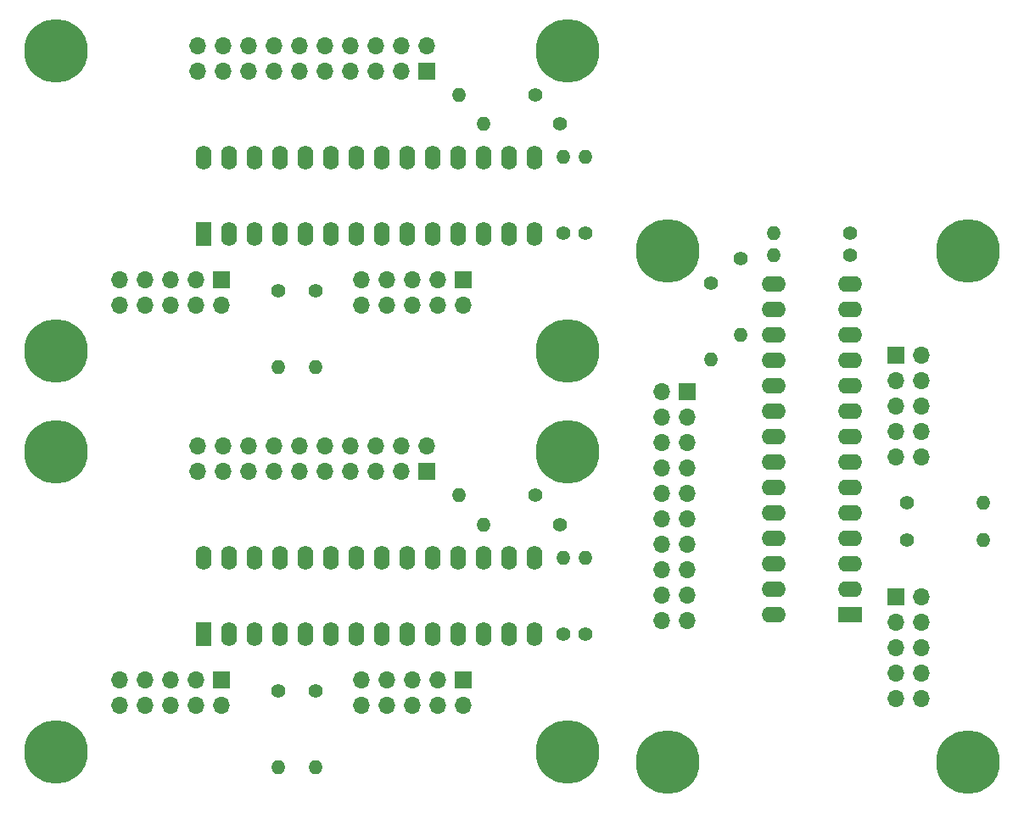
<source format=gts>
%MOIN*%
%OFA0B0*%
%FSLAX46Y46*%
%IPPOS*%
%LPD*%
%ADD10C,0.055118110236220472*%
%ADD11O,0.055118110236220472X0.055118110236220472*%
%ADD12C,0.25*%
%ADD13R,0.066929133858267723X0.066929133858267723*%
%ADD14O,0.066929133858267723X0.066929133858267723*%
%ADD15R,0.062992125984251982X0.094488188976377951*%
%ADD16O,0.062992125984251982X0.094488188976377951*%
%ADD27C,0.055118110236220472*%
%ADD28O,0.055118110236220472X0.055118110236220472*%
%ADD29C,0.25*%
%ADD30R,0.066929133858267723X0.066929133858267723*%
%ADD31O,0.066929133858267723X0.066929133858267723*%
%ADD32R,0.062992125984251982X0.094488188976377951*%
%ADD33O,0.062992125984251982X0.094488188976377951*%
%ADD34C,0.055118110236220472*%
%ADD35O,0.055118110236220472X0.055118110236220472*%
%ADD36C,0.25*%
%ADD37R,0.066929133858267723X0.066929133858267723*%
%ADD38O,0.066929133858267723X0.066929133858267723*%
%ADD39R,0.094488188976377951X0.062992125984251982*%
%ADD40O,0.094488188976377951X0.062992125984251982*%
G01*
D10*
X0000000000Y0001496062D02*
X0002040000Y0001166062D03*
D11*
X0001740000Y0001166062D03*
D10*
X0002150000Y0000621062D03*
D11*
X0002150000Y0000921062D03*
D10*
X0002235000Y0000621062D03*
D11*
X0002235000Y0000921062D03*
D10*
X0002135000Y0001051062D03*
D11*
X0001835000Y0001051062D03*
D10*
X0001030000Y0000396062D03*
D11*
X0001030000Y0000096062D03*
D10*
X0001175000Y0000396062D03*
D11*
X0001175000Y0000096062D03*
D12*
X0002165354Y0000157480D03*
X0002165354Y0001338582D03*
X0000157480Y0001338582D03*
X0000157480Y0000157480D03*
D13*
X0001756299Y0000439763D03*
D14*
X0001756299Y0000339763D03*
X0001656299Y0000439763D03*
X0001656299Y0000339763D03*
X0001556299Y0000439763D03*
X0001556299Y0000339763D03*
X0001456299Y0000439763D03*
X0001456299Y0000339763D03*
X0001356299Y0000439763D03*
X0001356299Y0000339763D03*
D15*
X0000736299Y0000619763D03*
D16*
X0000836299Y0000619763D03*
X0000936299Y0000619763D03*
X0001036299Y0000619763D03*
X0001136299Y0000619763D03*
X0001236299Y0000619763D03*
X0001336299Y0000619763D03*
X0001436299Y0000619763D03*
X0001536299Y0000619763D03*
X0001636299Y0000619763D03*
X0001736299Y0000619763D03*
X0001836299Y0000619763D03*
X0001936299Y0000619763D03*
X0002036299Y0000619763D03*
X0002036299Y0000919763D03*
X0001936299Y0000919763D03*
X0001836299Y0000919763D03*
X0001736299Y0000919763D03*
X0001636299Y0000919763D03*
X0001536299Y0000919763D03*
X0001436299Y0000919763D03*
X0001336299Y0000919763D03*
X0001236299Y0000919763D03*
X0001136299Y0000919763D03*
X0001036299Y0000919763D03*
X0000936299Y0000919763D03*
X0000836299Y0000919763D03*
X0000736299Y0000919763D03*
D13*
X0000806299Y0000439763D03*
D14*
X0000806299Y0000339763D03*
X0000706299Y0000439763D03*
X0000706299Y0000339763D03*
X0000606299Y0000439763D03*
X0000606299Y0000339763D03*
X0000506299Y0000439763D03*
X0000506299Y0000339763D03*
X0000406299Y0000439763D03*
X0000406299Y0000339763D03*
D13*
X0001614173Y0001259842D03*
D14*
X0001614173Y0001359842D03*
X0001514173Y0001259842D03*
X0001514173Y0001359842D03*
X0001414173Y0001259842D03*
X0001414173Y0001359842D03*
X0001314173Y0001259842D03*
X0001314173Y0001359842D03*
X0001214173Y0001259842D03*
X0001214173Y0001359842D03*
X0001114173Y0001259842D03*
X0001114173Y0001359842D03*
X0001014173Y0001259842D03*
X0001014173Y0001359842D03*
X0000914173Y0001259842D03*
X0000914173Y0001359842D03*
X0000814173Y0001259842D03*
X0000814173Y0001359842D03*
X0000714173Y0001259842D03*
X0000714173Y0001359842D03*
G04 next file*
G04 Gerber Fmt 4.6, Leading zero omitted, Abs format (unit mm)*
G04 Created by KiCad (PCBNEW (6.0.1)) date 2022-06-02 17:31:24*
G01*
G04 APERTURE LIST*
G04 APERTURE END LIST*
D27*
X0000000000Y0003070866D02*
X0002040000Y0002740866D03*
D28*
X0001740000Y0002740866D03*
D27*
X0002150000Y0002195866D03*
D28*
X0002150000Y0002495866D03*
D27*
X0002235000Y0002195866D03*
D28*
X0002235000Y0002495866D03*
D27*
X0002135000Y0002625866D03*
D28*
X0001835000Y0002625866D03*
D27*
X0001030000Y0001970866D03*
D28*
X0001030000Y0001670866D03*
D27*
X0001175000Y0001970866D03*
D28*
X0001175000Y0001670866D03*
D29*
X0002165354Y0001732283D03*
X0002165354Y0002913385D03*
X0000157480Y0002913385D03*
X0000157480Y0001732283D03*
D30*
X0001756299Y0002014566D03*
D31*
X0001756299Y0001914566D03*
X0001656299Y0002014566D03*
X0001656299Y0001914566D03*
X0001556299Y0002014566D03*
X0001556299Y0001914566D03*
X0001456299Y0002014566D03*
X0001456299Y0001914566D03*
X0001356299Y0002014566D03*
X0001356299Y0001914566D03*
D32*
X0000736299Y0002194566D03*
D33*
X0000836299Y0002194566D03*
X0000936299Y0002194566D03*
X0001036299Y0002194566D03*
X0001136299Y0002194566D03*
X0001236299Y0002194566D03*
X0001336299Y0002194566D03*
X0001436299Y0002194566D03*
X0001536299Y0002194566D03*
X0001636299Y0002194566D03*
X0001736299Y0002194566D03*
X0001836299Y0002194566D03*
X0001936299Y0002194566D03*
X0002036299Y0002194566D03*
X0002036299Y0002494566D03*
X0001936299Y0002494566D03*
X0001836299Y0002494566D03*
X0001736299Y0002494566D03*
X0001636299Y0002494566D03*
X0001536299Y0002494566D03*
X0001436299Y0002494566D03*
X0001336299Y0002494566D03*
X0001236299Y0002494566D03*
X0001136299Y0002494566D03*
X0001036299Y0002494566D03*
X0000936299Y0002494566D03*
X0000836299Y0002494566D03*
X0000736299Y0002494566D03*
D30*
X0000806299Y0002014566D03*
D31*
X0000806299Y0001914566D03*
X0000706299Y0002014566D03*
X0000706299Y0001914566D03*
X0000606299Y0002014566D03*
X0000606299Y0001914566D03*
X0000506299Y0002014566D03*
X0000506299Y0001914566D03*
X0000406299Y0002014566D03*
X0000406299Y0001914566D03*
D30*
X0001614173Y0002834645D03*
D31*
X0001614173Y0002934645D03*
X0001514173Y0002834645D03*
X0001514173Y0002934645D03*
X0001414173Y0002834645D03*
X0001414173Y0002934645D03*
X0001314173Y0002834645D03*
X0001314173Y0002934645D03*
X0001214173Y0002834645D03*
X0001214173Y0002934645D03*
X0001114173Y0002834645D03*
X0001114173Y0002934645D03*
X0001014173Y0002834645D03*
X0001014173Y0002934645D03*
X0000914173Y0002834645D03*
X0000914173Y0002934645D03*
X0000814173Y0002834645D03*
X0000814173Y0002934645D03*
X0000714173Y0002834645D03*
X0000714173Y0002934645D03*
G04 next file*
G04 Gerber Fmt 4.6, Leading zero omitted, Abs format (unit mm)*
G04 Created by KiCad (PCBNEW (6.0.1)) date 2022-06-02 17:31:24*
G01*
G04 APERTURE LIST*
G04 APERTURE END LIST*
D34*
X0002401574Y-0000039370D02*
X0002731574Y0002000629D03*
D35*
X0002731574Y0001700629D03*
D34*
X0003276574Y0002110629D03*
D35*
X0002976574Y0002110629D03*
D34*
X0003276574Y0002195629D03*
D35*
X0002976574Y0002195629D03*
D34*
X0002846574Y0002095629D03*
D35*
X0002846574Y0001795629D03*
D34*
X0003501574Y0000990629D03*
D35*
X0003801574Y0000990629D03*
D34*
X0003501574Y0001135629D03*
D35*
X0003801574Y0001135629D03*
D36*
X0003740157Y0002125984D03*
X0002559055Y0002125984D03*
X0002559055Y0000118110D03*
X0003740157Y0000118110D03*
D37*
X0003457874Y0001716929D03*
D38*
X0003557874Y0001716929D03*
X0003457874Y0001616929D03*
X0003557874Y0001616929D03*
X0003457874Y0001516929D03*
X0003557874Y0001516929D03*
X0003457874Y0001416929D03*
X0003557874Y0001416929D03*
X0003457874Y0001316929D03*
X0003557874Y0001316929D03*
D39*
X0003277874Y0000696929D03*
D40*
X0003277874Y0000796929D03*
X0003277874Y0000896929D03*
X0003277874Y0000996929D03*
X0003277874Y0001096929D03*
X0003277874Y0001196929D03*
X0003277874Y0001296929D03*
X0003277874Y0001396929D03*
X0003277874Y0001496929D03*
X0003277874Y0001596929D03*
X0003277874Y0001696929D03*
X0003277874Y0001796929D03*
X0003277874Y0001896929D03*
X0003277874Y0001996929D03*
X0002977874Y0001996929D03*
X0002977874Y0001896929D03*
X0002977874Y0001796929D03*
X0002977874Y0001696929D03*
X0002977874Y0001596929D03*
X0002977874Y0001496929D03*
X0002977874Y0001396929D03*
X0002977874Y0001296929D03*
X0002977874Y0001196929D03*
X0002977874Y0001096929D03*
X0002977874Y0000996929D03*
X0002977874Y0000896929D03*
X0002977874Y0000796929D03*
X0002977874Y0000696929D03*
D37*
X0003457874Y0000766929D03*
D38*
X0003557874Y0000766929D03*
X0003457874Y0000666929D03*
X0003557874Y0000666929D03*
X0003457874Y0000566929D03*
X0003557874Y0000566929D03*
X0003457874Y0000466929D03*
X0003557874Y0000466929D03*
X0003457874Y0000366929D03*
X0003557874Y0000366929D03*
D37*
X0002637795Y0001574803D03*
D38*
X0002537795Y0001574803D03*
X0002637795Y0001474803D03*
X0002537795Y0001474803D03*
X0002637795Y0001374803D03*
X0002537795Y0001374803D03*
X0002637795Y0001274803D03*
X0002537795Y0001274803D03*
X0002637795Y0001174803D03*
X0002537795Y0001174803D03*
X0002637795Y0001074803D03*
X0002537795Y0001074803D03*
X0002637795Y0000974803D03*
X0002537795Y0000974803D03*
X0002637795Y0000874803D03*
X0002537795Y0000874803D03*
X0002637795Y0000774803D03*
X0002537795Y0000774803D03*
X0002637795Y0000674803D03*
X0002537795Y0000674803D03*
M02*
</source>
